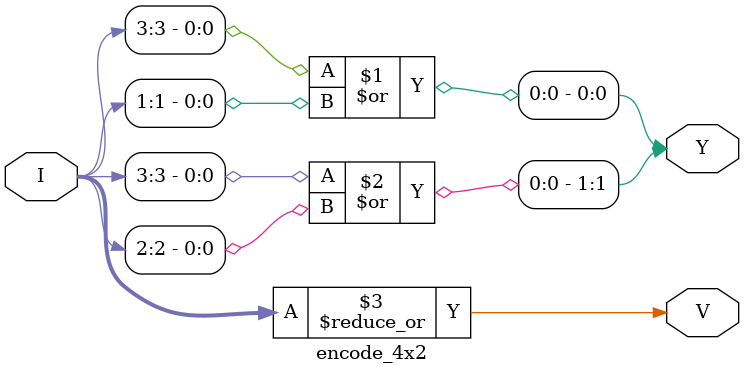
<source format=v>
module encode_4x2(Y, V, I);

	input [3:0]I;
	output [1:0]Y;
	output V;

	assign Y={I[3]|I[2], I[3]|I[1]};
	assign V=|I;

endmodule
</source>
